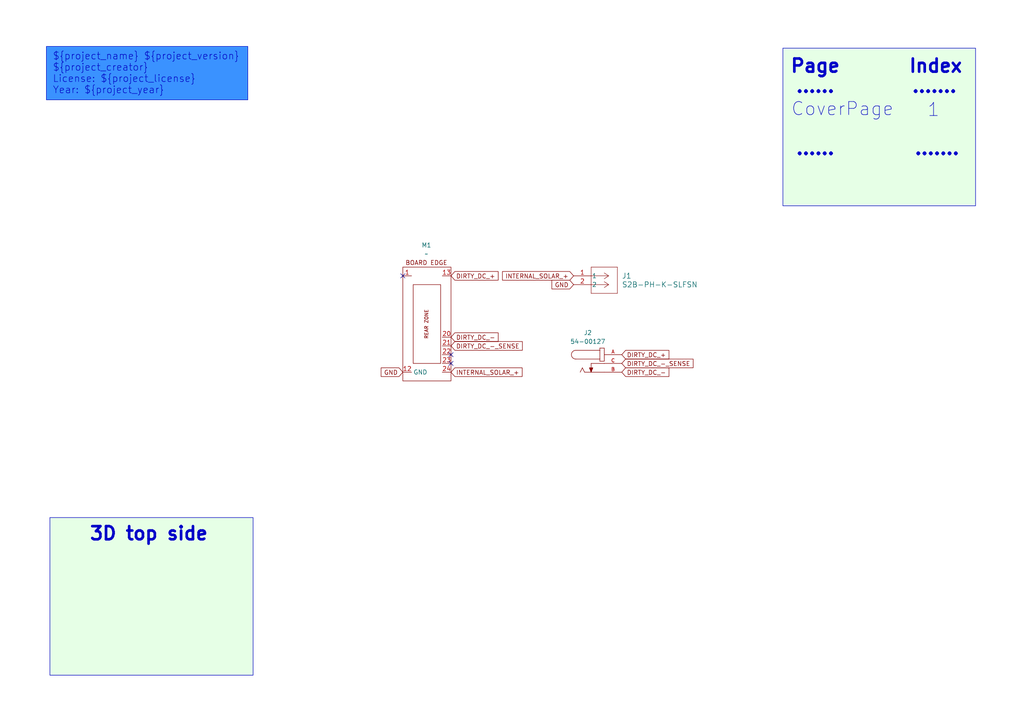
<source format=kicad_sch>
(kicad_sch (version 20250114) (generator "eeschema") (generator_version "9.0")
  (paper "A4")
  (title_block (title "${project_name}") (date "2025-11-10") (rev "${project_version}") (company "${project_creator}") (comment 1 "${project_license}"))
  (lib_symbols
    (symbol "2025-03-05_08-59-15:S2B-PH-K-SLFSN" (pin_names (offset 0.254))
      (property "Reference" "J" (at 8.89 6.35 0))
      (property "Value" "S2B-PH-K-SLFSN" (at 0 0 0))
      (symbol "S2B-PH-K-SLFSN_1_1"
        (polyline (pts (xy 5.08 2.54) (xy 5.08 -5.08)) (stroke (width 0.127)))
        (polyline (pts (xy 5.08 -5.08) (xy 12.7 -5.08)) (stroke (width 0.127)))
        (polyline (pts (xy 10.16 0) (xy 5.08 0)) (stroke (width 0.127)))
        (polyline (pts (xy 10.16 0) (xy 8.89 0.8467)) (stroke (width 0.127)))
        (polyline (pts (xy 10.16 0) (xy 8.89 -0.8467)) (stroke (width 0.127)))
        (polyline (pts (xy 10.16 -2.54) (xy 5.08 -2.54)) (stroke (width 0.127)))
        (polyline (pts (xy 10.16 -2.54) (xy 8.89 -1.6933)) (stroke (width 0.127)))
        (polyline (pts (xy 10.16 -2.54) (xy 8.89 -3.3867)) (stroke (width 0.127)))
        (polyline (pts (xy 12.7 2.54) (xy 5.08 2.54)) (stroke (width 0.127)))
        (polyline (pts (xy 12.7 -5.08) (xy 12.7 2.54)) (stroke (width 0.127)))
        (pin unspecified line (at 0 0 0) (length 5.08) (name "1") (number "1"))
        (pin unspecified line (at 0 -2.54 0) (length 5.08) (name "2") (number "2"))
      )
      (symbol "S2B-PH-K-SLFSN_1_2"
        (polyline (pts (xy 5.08 2.54) (xy 5.08 -5.08)) (stroke (width 0.127)))
        (polyline (pts (xy 5.08 -5.08) (xy 12.7 -5.08)) (stroke (width 0.127)))
        (polyline (pts (xy 7.62 0) (xy 5.08 0)) (stroke (width 0.127)))
        (polyline (pts (xy 7.62 0) (xy 8.89 0.8467)) (stroke (width 0.127)))
        (polyline (pts (xy 7.62 0) (xy 8.89 -0.8467)) (stroke (width 0.127)))
        (polyline (pts (xy 7.62 -2.54) (xy 5.08 -2.54)) (stroke (width 0.127)))
        (polyline (pts (xy 7.62 -2.54) (xy 8.89 -1.6933)) (stroke (width 0.127)))
        (polyline (pts (xy 7.62 -2.54) (xy 8.89 -3.3867)) (stroke (width 0.127)))
        (polyline (pts (xy 12.7 2.54) (xy 5.08 2.54)) (stroke (width 0.127)))
        (polyline (pts (xy 12.7 -5.08) (xy 12.7 2.54)) (stroke (width 0.127)))
        (pin unspecified line (at 0 0 0) (length 5.08) (name "1") (number "1"))
        (pin unspecified line (at 0 -2.54 0) (length 5.08) (name "2") (number "2"))
      )
    )
    (symbol "54-00127:54-00127" (pin_names (offset 1.016))
      (property "Reference" "J" (at -7.62 5.08 0))
      (property "Value" "54-00127" (at -7.62 -5.08 0))
      (symbol "54-00127_0_0"
        (polyline (pts (xy -8.255 3.81) (xy -1.27 3.81)) (stroke (width 0.1524)))
        (arc (start -8.255 1.27) (mid -9.5194 2.54) (end -8.255 3.81) (stroke (width 0.1524)))
        (polyline (pts (xy -6.35 -1.27) (xy -6.985 -2.54)) (stroke (width 0.1524)))
        (polyline (pts (xy -5.715 -2.54) (xy -6.35 -1.27)) (stroke (width 0.1524)))
        (polyline (pts (xy -3.81 0) (xy -3.81 -2.54)) (stroke (width 0.1524)))
        (polyline (pts (xy -3.81 -2.54) (xy -4.318 -1.27) (xy -3.302 -1.27) (xy -3.81 -2.54)) (stroke (width 0.1524)) (fill (type outline)))
        (polyline (pts (xy -1.27 4.445) (xy -1.27 3.81)) (stroke (width 0.1524)))
        (polyline (pts (xy -1.27 3.81) (xy -1.27 1.27)) (stroke (width 0.1524)))
        (polyline (pts (xy -1.27 1.27) (xy -8.255 1.27)) (stroke (width 0.1524)))
        (polyline (pts (xy -1.27 1.27) (xy -1.27 0.635)) (stroke (width 0.1524)))
        (polyline (pts (xy -1.27 0.635) (xy 0 0.635)) (stroke (width 0.1524)))
        (polyline (pts (xy 0 4.445) (xy -1.27 4.445)) (stroke (width 0.1524)))
        (polyline (pts (xy 0 0.635) (xy 0 4.445)) (stroke (width 0.1524)))
        (polyline (pts (xy 0 0) (xy -3.81 0)) (stroke (width 0.1524)))
        (polyline (pts (xy 0 -2.54) (xy -5.715 -2.54)) (stroke (width 0.1524)))
        (pin passive line (at 5.08 2.54 180) (length 5.08) (name "~") (number "A"))
        (pin passive line (at 5.08 0 180) (length 5.08) (name "~") (number "C"))
        (pin passive line (at 5.08 -2.54 180) (length 5.08) (name "~") (number "B"))
      )
    )
    (symbol "MegaCastle:MegaCastle2x12-Module-I12.5x25.7-M80181F-EDGE"
      (property "Reference" "M" (at 0 -19.05 0))
      (symbol "MegaCastle2x12-Module-I12.5x25.7-M80181F-EDGE_0_1"
        (rectangle (start -6.35 16.51) (end 7.62 -16.51))
        (rectangle (start -3.35 11.43) (end 4.62 -11.43))
      )
      (symbol "MegaCastle2x12-Module-I12.5x25.7-M80181F-EDGE_1_1"
        (text " BOARD EDGE" (at 0 17.78 0) (effects (font (size 1.27 1.27))))
        (text "REAR ZONE" (at 0.5 0 900) (effects (font (size 1 1))))
        (pin bidirectional line (at -6.35 13.97 0) (length 2.54) (name "") (number "1"))
        (pin bidirectional line (at -6.35 -13.97 0) (length 2.54) (name "GND") (number "12"))
        (pin bidirectional line (at 7.62 13.97 180) (length 2.54) (name "") (number "13"))
        (pin bidirectional line (at 7.62 -3.81 180) (length 2.54) (name "") (number "20"))
        (pin bidirectional line (at 7.62 -6.35 180) (length 2.54) (name "") (number "21"))
        (pin bidirectional line (at 7.62 -8.89 180) (length 2.54) (name "") (number "22"))
        (pin bidirectional line (at 7.62 -11.43 180) (length 2.54) (name "") (number "23"))
        (pin bidirectional line (at 7.62 -13.97 180) (length 2.54) (name "") (number "24"))
      )
    )
  )
  (rectangle (start 227.076 13.97) (end 282.956 59.69) (fill (type color) (color 0 255 0 0.1)))
  (rectangle (start 14.478 150.114) (end 73.406 195.834) (fill (type color) (color 0 255 0 0.1)))
  (rectangle (start 13.462 13.462) (end 71.882 28.956) (fill (type color) (color 58 146 255 1)))
  (text "3D top side" (at 43.18 154.94 0) (effects (font (size 3.81 3.81) (thickness 0.762) (bold yes))))
  (text "......" (at 236.474 25.146 0) (effects (font (size 3.81 3.81) (thickness 0.762) (bold yes))))
  (text "1" (at 270.764 32.004 0) (effects (font (size 3.81 3.81))))
  (text "CoverPage" (at 244.348 31.75 0) (effects (font (size 3.81 3.81))))
  (text "......" (at 236.474 43.18 0) (effects (font (size 3.81 3.81) (thickness 0.762) (bold yes))))
  (text "${project_name} ${project_version}\n${project_creator}\nLicense: ${project_license}\nYear: ${project_year}" (at 15.24 15.24 0) (effects (font (size 2.032 2.032)) (justify left top)))
  (text "Page" (at 236.474 19.304 0) (effects (font (size 3.81 3.81) (thickness 0.762) (bold yes))))
  (text "......." (at 271.78 43.18 0) (effects (font (size 3.81 3.81) (thickness 0.762) (bold yes))))
  (text "         Index" (at 258.318 19.304 0) (effects (font (size 3.81 3.81) (thickness 0.762) (bold yes))))
  (text "......." (at 271.018 25.146 0) (effects (font (size 3.81 3.81) (thickness 0.762) (bold yes))))
  (no_connect (at 116.84 80.01))
  (no_connect (at 130.81 102.87))
  (no_connect (at 130.81 105.41))
  (global_label "DIRTY_DC_-_SENSE" (shape input) (at 130.81 100.33 0) (property "Intersheetrefs" "${INTERSHEET_REFS}" (effects (hide yes))))
  (global_label "DIRTY_DC_-" (shape input) (at 180.34 107.95 0) (property "Intersheetrefs" "${INTERSHEET_REFS}" (effects (hide yes))))
  (global_label "INTERNAL_SOLAR_+" (shape input) (at 130.81 107.95 0) (property "Intersheetrefs" "${INTERSHEET_REFS}" (effects (hide yes))))
  (global_label "GND" (shape input) (at 116.84 107.95 180) (property "Intersheetrefs" "${INTERSHEET_REFS}" (effects (hide yes))))
  (global_label "DIRTY_DC_-" (shape input) (at 130.81 97.79 0) (property "Intersheetrefs" "${INTERSHEET_REFS}" (effects (hide yes))))
  (global_label "INTERNAL_SOLAR_+" (shape input) (at 166.37 80.01 180) (property "Intersheetrefs" "${INTERSHEET_REFS}" (effects (hide yes))))
  (global_label "DIRTY_DC_+" (shape input) (at 130.81 80.01 0) (property "Intersheetrefs" "${INTERSHEET_REFS}" (effects (hide yes))))
  (global_label "DIRTY_DC_+" (shape input) (at 180.34 102.87 0) (property "Intersheetrefs" "${INTERSHEET_REFS}" (effects (hide yes))))
  (global_label "GND" (shape input) (at 166.37 82.55 180) (property "Intersheetrefs" "${INTERSHEET_REFS}" (effects (hide yes))))
  (global_label "DIRTY_DC_-_SENSE" (shape input) (at 180.34 105.41 0) (property "Intersheetrefs" "${INTERSHEET_REFS}" (effects (hide yes))))
  (symbol (lib_id "MegaCastle:MegaCastle2x12-Module-I12.5x25.7-M80181F-EDGE") (at 123.19 93.98 0) (unit 1)
    (property "Reference" "M1" (at 123.6938 71.12 0))
    (property "Value" "~" (at 123.6938 73.66 0))
    (property "Footprint" "MegaCastle:MegaCastle2x12-Module-I20.0x25.7-M80181F-SPAREPAD" (effects (hide yes)))
    (property "Description" "Generated using footprint-gen .. 12.5 25.4 8 M80181F" (effects (hide yes)))
  )
  (symbol (lib_id "2025-03-05_08-59-15:S2B-PH-K-SLFSN") (at 166.37 80.01 0) (unit 1)
    (property "Reference" "J1" (at 180.34 80.0099 0) (effects (font (size 1.524 1.524)) (justify left)))
    (property "Value" "S2B-PH-K-SLFSN" (at 180.34 82.5499 0) (effects (font (size 1.524 1.524)) (justify left)))
    (property "Footprint" "MegaCastle:CONN_S2B-PH-K-S_JST" (effects (hide yes)))
    (property "Datasheet" "https://eu.mouser.com/datasheet/2/564/ePH-3433490.pdf" (effects (hide yes)))
    (property "Mouser" "https://eu.mouser.com/ProductDetail/JST-Commercial/S2B-PH-K-SLFSN?qs=cdbOS8ANM9A5Ie4gXeMjTA%3D%3D" (effects (hide yes)))
    (property "Mouser PN" "306-S2BPHKSLFSNPP" (effects (hide yes)))
    (property "Mfr. PN" " S2B-PH-K-S(LF)(SN) " (effects (hide yes)))
  )
  (symbol (lib_id "54-00127:54-00127") (at 175.26 105.41 0) (unit 1)
    (property "Reference" "J2" (at 170.5003 96.52 0))
    (property "Value" "54-00127" (at 170.5003 99.06 0))
    (property "Footprint" "MegaCastle:TENSILITY_54-00127" (effects (hide yes)))
    (property "Datasheet" "https://tensility.s3.us-west-2.amazonaws.com/uploads/pdffiles/54-00127.pdf" (effects (hide yes)))
    (property "PARTREV" "A" (effects (hide yes)))
    (property "STANDARD" "Manufacturer Recommendations" (effects (hide yes)))
    (property "SNAPEDA_PN" "54-00127" (effects (hide yes)))
    (property "MAXIMUM_PACKAGE_HEIGHT" "7.3mm" (effects (hide yes)))
    (property "MANUFACTURER" "TENSILITY" (effects (hide yes)))
    (property "Digikey" "https://www.digikey.com/en/products/detail/tensility-international-corp/54-00127/9685436" (effects (hide yes)))
  )
)
</source>
